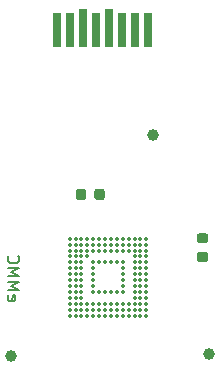
<source format=gbr>
G04 #@! TF.GenerationSoftware,KiCad,Pcbnew,(5.1.8)-1*
G04 #@! TF.CreationDate,2021-01-19T07:48:20+02:00*
G04 #@! TF.ProjectId,emmc-adapter,656d6d63-2d61-4646-9170-7465722e6b69,rev?*
G04 #@! TF.SameCoordinates,Original*
G04 #@! TF.FileFunction,Soldermask,Bot*
G04 #@! TF.FilePolarity,Negative*
%FSLAX46Y46*%
G04 Gerber Fmt 4.6, Leading zero omitted, Abs format (unit mm)*
G04 Created by KiCad (PCBNEW (5.1.8)-1) date 2021-01-19 07:48:20*
%MOMM*%
%LPD*%
G01*
G04 APERTURE LIST*
%ADD10C,0.200000*%
%ADD11C,1.000000*%
%ADD12C,0.350000*%
%ADD13R,0.800000X3.200000*%
%ADD14R,0.800000X2.900000*%
G04 APERTURE END LIST*
D10*
X110295238Y-76052380D02*
X110247619Y-76147619D01*
X110247619Y-76338095D01*
X110295238Y-76433333D01*
X110390476Y-76480952D01*
X110771428Y-76480952D01*
X110866666Y-76433333D01*
X110914285Y-76338095D01*
X110914285Y-76147619D01*
X110866666Y-76052380D01*
X110771428Y-76004761D01*
X110676190Y-76004761D01*
X110580952Y-76480952D01*
X110247619Y-75576190D02*
X111247619Y-75576190D01*
X110533333Y-75242857D01*
X111247619Y-74909523D01*
X110247619Y-74909523D01*
X110247619Y-74433333D02*
X111247619Y-74433333D01*
X110533333Y-74100000D01*
X111247619Y-73766666D01*
X110247619Y-73766666D01*
X110342857Y-72719047D02*
X110295238Y-72766666D01*
X110247619Y-72909523D01*
X110247619Y-73004761D01*
X110295238Y-73147619D01*
X110390476Y-73242857D01*
X110485714Y-73290476D01*
X110676190Y-73338095D01*
X110819047Y-73338095D01*
X111009523Y-73290476D01*
X111104761Y-73242857D01*
X111200000Y-73147619D01*
X111247619Y-73004761D01*
X111247619Y-72909523D01*
X111200000Y-72766666D01*
X111152380Y-72719047D01*
D11*
X122600000Y-62450000D03*
X110550000Y-81200000D03*
X127300000Y-81000000D03*
D12*
X115500000Y-71250000D03*
X115500000Y-71750000D03*
X115500000Y-72250000D03*
X115500000Y-72750000D03*
X115500000Y-73250000D03*
X115500000Y-73750000D03*
X115500000Y-74250000D03*
X115500000Y-74750000D03*
X115500000Y-75250000D03*
X115500000Y-75750000D03*
X115500000Y-76250000D03*
X115500000Y-76750000D03*
X115500000Y-77250000D03*
X115500000Y-77750000D03*
X116000000Y-71250000D03*
X116000000Y-71750000D03*
X116000000Y-72250000D03*
X116000000Y-72750000D03*
X116000000Y-73250000D03*
X116000000Y-73750000D03*
X116000000Y-74250000D03*
X116000000Y-74750000D03*
X116000000Y-75250000D03*
X116000000Y-75750000D03*
X116000000Y-76250000D03*
X116000000Y-76750000D03*
X116000000Y-77250000D03*
X116000000Y-77750000D03*
X116500000Y-71250000D03*
X116500000Y-71750000D03*
X116500000Y-72250000D03*
X116500000Y-72750000D03*
X116500000Y-73250000D03*
X116500000Y-73750000D03*
X116500000Y-74250000D03*
X116500000Y-74750000D03*
X116500000Y-75250000D03*
X116500000Y-75750000D03*
X116500000Y-76250000D03*
X116500000Y-76750000D03*
X116500000Y-77250000D03*
X116500000Y-77750000D03*
X117000000Y-71250000D03*
X117000000Y-71750000D03*
X117000000Y-72250000D03*
X117000000Y-72750000D03*
X117000000Y-76750000D03*
X117000000Y-77250000D03*
X117000000Y-77750000D03*
X117500000Y-71250000D03*
X117500000Y-71750000D03*
X117500000Y-72250000D03*
X117500000Y-73250000D03*
X117500000Y-73750000D03*
X117500000Y-74250000D03*
X117500000Y-74750000D03*
X117500000Y-75250000D03*
X117500000Y-75750000D03*
X117500000Y-76750000D03*
X117500000Y-77250000D03*
X117500000Y-77750000D03*
X118000000Y-71250000D03*
X118000000Y-71750000D03*
X118000000Y-72250000D03*
X118000000Y-73250000D03*
X118000000Y-75750000D03*
X118000000Y-76750000D03*
X118000000Y-77250000D03*
X118000000Y-77750000D03*
X118500000Y-71250000D03*
X118500000Y-71750000D03*
X118500000Y-72250000D03*
X118500000Y-73250000D03*
X118500000Y-75750000D03*
X118500000Y-76750000D03*
X118500000Y-77250000D03*
X118500000Y-77750000D03*
X119000000Y-71250000D03*
X119000000Y-71750000D03*
X119000000Y-72250000D03*
X119000000Y-73250000D03*
X119000000Y-75750000D03*
X119000000Y-76750000D03*
X119000000Y-77250000D03*
X119000000Y-77750000D03*
X119500000Y-71250000D03*
X119500000Y-71750000D03*
X119500000Y-72250000D03*
X119500000Y-73250000D03*
X119500000Y-75750000D03*
X119500000Y-76750000D03*
X119500000Y-77250000D03*
X119500000Y-77750000D03*
X120000000Y-71250000D03*
X120000000Y-71750000D03*
X120000000Y-72250000D03*
X120000000Y-73250000D03*
X120000000Y-73750000D03*
X120000000Y-74250000D03*
X120000000Y-74750000D03*
X120000000Y-75250000D03*
X120000000Y-75750000D03*
X120000000Y-76750000D03*
X120000000Y-77250000D03*
X120000000Y-77750000D03*
X120500000Y-71250000D03*
X120500000Y-71750000D03*
X120500000Y-72250000D03*
X120500000Y-76750000D03*
X120500000Y-77250000D03*
X120500000Y-77750000D03*
X121000000Y-71250000D03*
X121000000Y-71750000D03*
X121000000Y-72250000D03*
X121000000Y-72750000D03*
X121000000Y-73250000D03*
X121000000Y-73750000D03*
X121000000Y-74250000D03*
X121000000Y-74750000D03*
X121000000Y-75250000D03*
X121000000Y-75750000D03*
X121000000Y-76250000D03*
X121000000Y-76750000D03*
X121000000Y-77250000D03*
X121000000Y-77750000D03*
X121500000Y-71250000D03*
X121500000Y-71750000D03*
X121500000Y-72250000D03*
X121500000Y-72750000D03*
X121500000Y-73250000D03*
X121500000Y-73750000D03*
X121500000Y-74250000D03*
X121500000Y-74750000D03*
X121500000Y-75250000D03*
X121500000Y-75750000D03*
X121500000Y-76250000D03*
X121500000Y-76750000D03*
X121500000Y-77250000D03*
X121500000Y-77750000D03*
X122000000Y-71250000D03*
X122000000Y-71750000D03*
X122000000Y-72250000D03*
X122000000Y-72750000D03*
X122000000Y-73250000D03*
X122000000Y-73750000D03*
X122000000Y-74250000D03*
X122000000Y-74750000D03*
X122000000Y-75250000D03*
X122000000Y-75750000D03*
X122000000Y-76250000D03*
X122000000Y-76750000D03*
X122000000Y-77250000D03*
X122000000Y-77750000D03*
D13*
X118800000Y-53400000D03*
D14*
X119900000Y-53550000D03*
X121000000Y-53550000D03*
X117700000Y-53550000D03*
D13*
X116600000Y-53400000D03*
D14*
X115500000Y-53550000D03*
X114400000Y-53550000D03*
X122100000Y-53550000D03*
G36*
G01*
X127006250Y-71650000D02*
X126493750Y-71650000D01*
G75*
G02*
X126275000Y-71431250I0J218750D01*
G01*
X126275000Y-70993750D01*
G75*
G02*
X126493750Y-70775000I218750J0D01*
G01*
X127006250Y-70775000D01*
G75*
G02*
X127225000Y-70993750I0J-218750D01*
G01*
X127225000Y-71431250D01*
G75*
G02*
X127006250Y-71650000I-218750J0D01*
G01*
G37*
G36*
G01*
X127006250Y-73225000D02*
X126493750Y-73225000D01*
G75*
G02*
X126275000Y-73006250I0J218750D01*
G01*
X126275000Y-72568750D01*
G75*
G02*
X126493750Y-72350000I218750J0D01*
G01*
X127006250Y-72350000D01*
G75*
G02*
X127225000Y-72568750I0J-218750D01*
G01*
X127225000Y-73006250D01*
G75*
G02*
X127006250Y-73225000I-218750J0D01*
G01*
G37*
G36*
G01*
X117600000Y-67756250D02*
X117600000Y-67243750D01*
G75*
G02*
X117818750Y-67025000I218750J0D01*
G01*
X118256250Y-67025000D01*
G75*
G02*
X118475000Y-67243750I0J-218750D01*
G01*
X118475000Y-67756250D01*
G75*
G02*
X118256250Y-67975000I-218750J0D01*
G01*
X117818750Y-67975000D01*
G75*
G02*
X117600000Y-67756250I0J218750D01*
G01*
G37*
G36*
G01*
X116025000Y-67756250D02*
X116025000Y-67243750D01*
G75*
G02*
X116243750Y-67025000I218750J0D01*
G01*
X116681250Y-67025000D01*
G75*
G02*
X116900000Y-67243750I0J-218750D01*
G01*
X116900000Y-67756250D01*
G75*
G02*
X116681250Y-67975000I-218750J0D01*
G01*
X116243750Y-67975000D01*
G75*
G02*
X116025000Y-67756250I0J218750D01*
G01*
G37*
M02*

</source>
